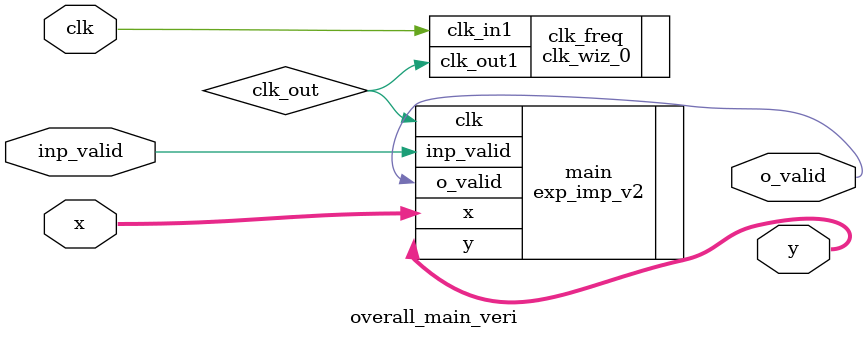
<source format=v>
`timescale 1ns / 1ps

module overall_main_veri( input clk, input inp_valid, 
    input [15:0] x, // Q4.12 
    output [31:0] y,     // Q2.30 
    output o_valid 
    );
    
wire clk_out;

clk_wiz_0 clk_freq
   (
    .clk_out1(clk_out),     // output clk_out1
    .clk_in1(clk)      // input clk_in1
);

exp_imp_v2 main(.clk(clk_out), .inp_valid(inp_valid), .x(x), .y(y), .o_valid(o_valid));

endmodule

</source>
